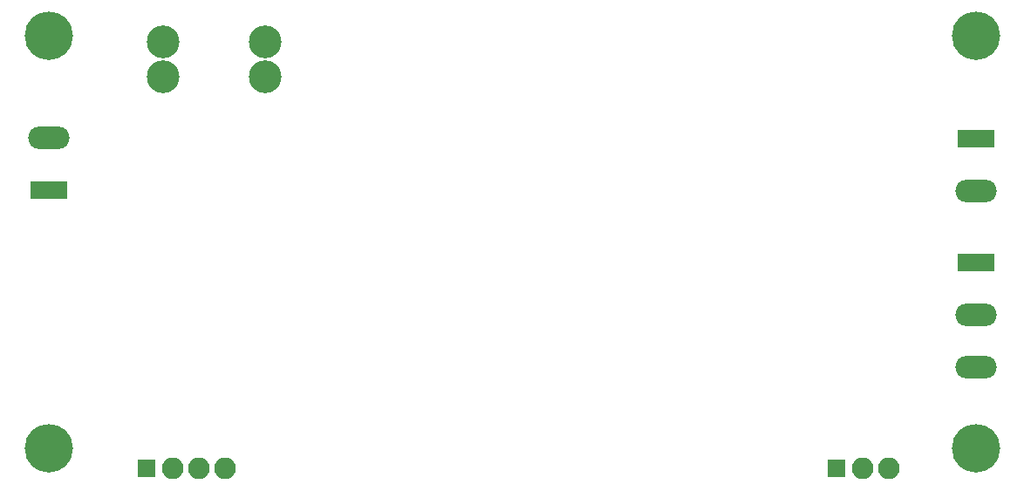
<source format=gbs>
G04 #@! TF.GenerationSoftware,KiCad,Pcbnew,5.0.0-rc2-unknown-2cb65f9~65~ubuntu17.10.1*
G04 #@! TF.CreationDate,2018-06-03T22:05:48-07:00*
G04 #@! TF.ProjectId,charge_controller,6368617267655F636F6E74726F6C6C65,rev?*
G04 #@! TF.SameCoordinates,Original*
G04 #@! TF.FileFunction,Soldermask,Bot*
G04 #@! TF.FilePolarity,Negative*
%FSLAX46Y46*%
G04 Gerber Fmt 4.6, Leading zero omitted, Abs format (unit mm)*
G04 Created by KiCad (PCBNEW 5.0.0-rc2-unknown-2cb65f9~65~ubuntu17.10.1) date Sun Jun  3 22:05:48 2018*
%MOMM*%
%LPD*%
G01*
G04 APERTURE LIST*
%ADD10R,3.600000X1.800000*%
%ADD11O,4.000000X2.200000*%
%ADD12R,1.700000X1.700000*%
%ADD13O,2.100000X2.100000*%
%ADD14C,3.180000*%
%ADD15C,4.700000*%
G04 APERTURE END LIST*
D10*
G04 #@! TO.C,J5*
X195000000Y-127000000D03*
D11*
X195000000Y-132080000D03*
X195000000Y-137160000D03*
G04 #@! TD*
D12*
G04 #@! TO.C,J7*
X181460000Y-147000000D03*
D13*
X184000000Y-147000000D03*
X186540000Y-147000000D03*
G04 #@! TD*
D12*
G04 #@! TO.C,J1*
X114500000Y-147000000D03*
D13*
X117040000Y-147000000D03*
X119580000Y-147000000D03*
X122120000Y-147000000D03*
G04 #@! TD*
D14*
G04 #@! TO.C,F1*
X126000000Y-109000000D03*
X126000000Y-105600000D03*
X116080000Y-109000000D03*
X116080000Y-105600000D03*
G04 #@! TD*
D11*
G04 #@! TO.C,J2*
X105000000Y-114920000D03*
D10*
X105000000Y-120000000D03*
G04 #@! TD*
D11*
G04 #@! TO.C,J4*
X195000000Y-120080000D03*
D10*
X195000000Y-115000000D03*
G04 #@! TD*
D15*
G04 #@! TO.C,MK1*
X105000000Y-105000000D03*
G04 #@! TD*
G04 #@! TO.C,MK2*
X195000000Y-105000000D03*
G04 #@! TD*
G04 #@! TO.C,MK3*
X105000000Y-145000000D03*
G04 #@! TD*
G04 #@! TO.C,MK4*
X195000000Y-145000000D03*
G04 #@! TD*
M02*

</source>
